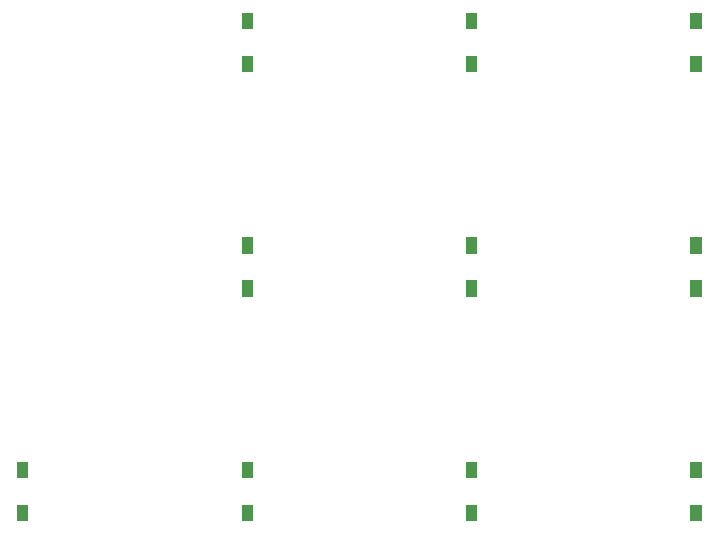
<source format=gbp>
G04 pcbflow Gerber RS-274X export*
G75*
%MOMM*%
%FSLAX34Y34*%
%LPD*%
%INBottom Paste*%
%IPPOS*%
%AMOC8*
5,1,8,0,0,1.08239X$1,22.5*%
G01*
%ADD10C,0.010000*%
%TF.FileFunction,Paste,Bot*%G36*
X0150250Y0133750D02*
X0159750Y0133750D01*
X0159750Y0119750D01*
X0150250Y0119750D01*
X0150250Y0133750D01*
G37*

G36*
X0340250Y0133750D02*
X0349750Y0133750D01*
X0349750Y0119750D01*
X0340250Y0119750D01*
X0340250Y0133750D01*
G37*

G36*
X0150250Y0170250D02*
X0159750Y0170250D01*
X0159750Y0156250D01*
X0150250Y0156250D01*
X0150250Y0170250D01*
G37*

G36*
X0349750Y0170250D02*
X0349750Y0156250D01*
X0340250Y0156250D01*
X0340250Y0170250D01*
X0349750Y0170250D01*
G37*

G36*
X0349750Y0323750D02*
X0349750Y0309750D01*
X0340250Y0309750D01*
X0340250Y0323750D01*
X0349750Y0323750D01*
G37*

G36*
X0340250Y0360250D02*
X0349750Y0360250D01*
X0349750Y0346250D01*
X0340250Y0346250D01*
X0340250Y0360250D01*
G37*

G36*
X0340250Y0513750D02*
X0349750Y0513750D01*
X0349750Y0499750D01*
X0340250Y0499750D01*
X0340250Y0513750D01*
G37*

G36*
X0530250Y0513750D02*
X0539750Y0513750D01*
X0539750Y0499750D01*
X0530250Y0499750D01*
X0530250Y0513750D01*
G37*

G36*
X0349750Y0550250D02*
X0349750Y0536250D01*
X0340250Y0536250D01*
X0340250Y0550250D01*
X0349750Y0550250D01*
G37*

G36*
X0539750Y0550250D02*
X0539750Y0536250D01*
X0530250Y0536250D01*
X0530250Y0550250D01*
X0539750Y0550250D01*
G37*

G36*
X0530250Y0133750D02*
X0539750Y0133750D01*
X0539750Y0119750D01*
X0530250Y0119750D01*
X0530250Y0133750D01*
G37*

G36*
X0720250Y0133750D02*
X0729750Y0133750D01*
X0729750Y0119750D01*
X0720250Y0119750D01*
X0720250Y0133750D01*
G37*

G36*
X0530250Y0170250D02*
X0539750Y0170250D01*
X0539750Y0156250D01*
X0530250Y0156250D01*
X0530250Y0170250D01*
G37*

G36*
X0729750Y0170250D02*
X0729750Y0156250D01*
X0720250Y0156250D01*
X0720250Y0170250D01*
X0729750Y0170250D01*
G37*

G36*
X0539750Y0323750D02*
X0539750Y0309750D01*
X0530250Y0309750D01*
X0530250Y0323750D01*
X0539750Y0323750D01*
G37*

G36*
X0720250Y0323750D02*
X0729750Y0323750D01*
X0729750Y0309750D01*
X0720250Y0309750D01*
X0720250Y0323750D01*
G37*

G36*
X0530250Y0360250D02*
X0539750Y0360250D01*
X0539750Y0346250D01*
X0530250Y0346250D01*
X0530250Y0360250D01*
G37*

G36*
X0720250Y0360250D02*
X0729750Y0360250D01*
X0729750Y0346250D01*
X0720250Y0346250D01*
X0720250Y0360250D01*
G37*

G36*
X0729750Y0513750D02*
X0729750Y0499750D01*
X0720250Y0499750D01*
X0720250Y0513750D01*
X0729750Y0513750D01*
G37*

G36*
X0729750Y0550250D02*
X0729750Y0536250D01*
X0720250Y0536250D01*
X0720250Y0550250D01*
X0729750Y0550250D01*
G37*

M02*

</source>
